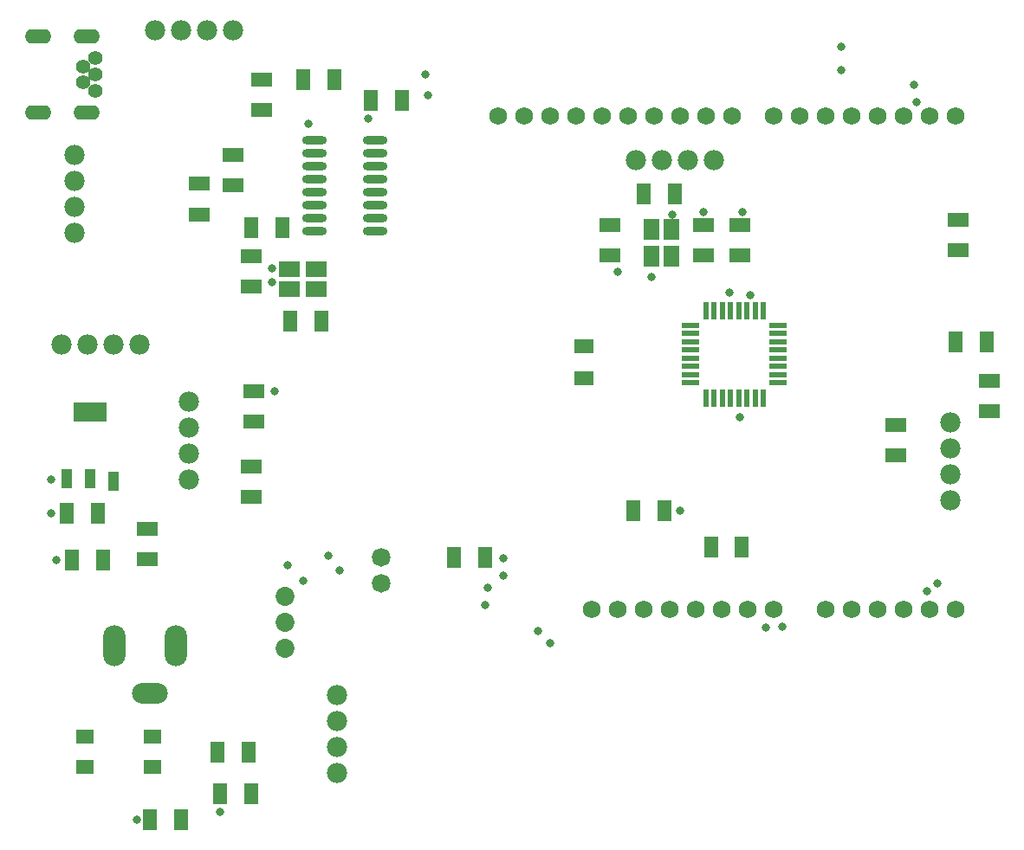
<source format=gts>
G04*
G04 #@! TF.GenerationSoftware,Altium Limited,Altium Designer,24.1.2 (44)*
G04*
G04 Layer_Color=8388736*
%FSLAX44Y44*%
%MOMM*%
G71*
G04*
G04 #@! TF.SameCoordinates,264AB7AF-67A9-449C-BE9F-4602C0ED76BB*
G04*
G04*
G04 #@! TF.FilePolarity,Negative*
G04*
G01*
G75*
%ADD26R,1.8542X1.3716*%
%ADD30C,0.0000*%
%ADD31R,0.5588X1.7008*%
%ADD32R,1.7008X0.5588*%
%ADD33R,1.3208X2.0066*%
%ADD34R,2.0066X1.3208*%
%ADD35R,1.6032X2.0032*%
%ADD36O,2.4032X0.8128*%
%ADD37R,1.7032X1.4032*%
%ADD38R,1.0414X1.9032*%
%ADD39R,3.3020X1.9032*%
%ADD40R,2.0032X1.6032*%
%ADD41C,1.7272*%
%ADD42O,2.6032X1.4032*%
%ADD43C,1.4032*%
%ADD44C,1.9812*%
%ADD45C,1.8232*%
%ADD46C,1.8532*%
%ADD47O,2.2032X4.0032*%
%ADD48O,3.5032X2.0032*%
%ADD49C,0.8382*%
D26*
X551180Y482219D02*
D03*
Y513461D02*
D03*
D30*
X361671Y307340D02*
G03*
X361671Y307340I-8611J0D01*
G01*
Y281940D02*
G03*
X361671Y281940I-8611J0D01*
G01*
D31*
X726440Y548260D02*
D03*
X718566D02*
D03*
X710438D02*
D03*
X702564D02*
D03*
X694436D02*
D03*
X686562D02*
D03*
X678434D02*
D03*
X670560D02*
D03*
Y462660D02*
D03*
X678434D02*
D03*
X686562D02*
D03*
X694436D02*
D03*
X702564D02*
D03*
X710438D02*
D03*
X718566D02*
D03*
X726440D02*
D03*
D32*
X655700Y533890D02*
D03*
Y526016D02*
D03*
Y517888D02*
D03*
Y510014D02*
D03*
Y501886D02*
D03*
Y494012D02*
D03*
Y485884D02*
D03*
Y478010D02*
D03*
X741300D02*
D03*
Y485884D02*
D03*
Y494012D02*
D03*
Y501886D02*
D03*
Y510014D02*
D03*
Y517888D02*
D03*
Y526016D02*
D03*
Y533890D02*
D03*
D33*
X424688Y307340D02*
D03*
X454660D02*
D03*
X639826Y662940D02*
D03*
X609854D02*
D03*
X294386Y538480D02*
D03*
X264414D02*
D03*
X51054Y304800D02*
D03*
X81026D02*
D03*
X223266Y116840D02*
D03*
X193294D02*
D03*
X127254Y50800D02*
D03*
X157226D02*
D03*
X599694Y353060D02*
D03*
X629666D02*
D03*
X675640Y317500D02*
D03*
X705612D02*
D03*
X277114Y774700D02*
D03*
X307086D02*
D03*
X914654Y518160D02*
D03*
X944626D02*
D03*
X226314Y629920D02*
D03*
X256286D02*
D03*
X225806Y76200D02*
D03*
X195834D02*
D03*
X45974Y350520D02*
D03*
X75946D02*
D03*
X373126Y754380D02*
D03*
X343154D02*
D03*
D34*
X175260Y642620D02*
D03*
Y672592D02*
D03*
X576580Y632206D02*
D03*
Y602234D02*
D03*
X668020D02*
D03*
Y632206D02*
D03*
X703580D02*
D03*
Y602234D02*
D03*
X226060Y395986D02*
D03*
Y366014D02*
D03*
X947420Y449834D02*
D03*
Y479806D02*
D03*
X226060Y571754D02*
D03*
Y601726D02*
D03*
X916940Y637286D02*
D03*
Y607314D02*
D03*
X855980Y406654D02*
D03*
Y436626D02*
D03*
X236220Y774446D02*
D03*
Y744474D02*
D03*
X208280Y670814D02*
D03*
Y700786D02*
D03*
X228600Y469646D02*
D03*
Y439674D02*
D03*
X124460Y335026D02*
D03*
Y305054D02*
D03*
D35*
X617180Y627880D02*
D03*
X636580Y601480D02*
D03*
Y627880D02*
D03*
X617180Y601480D02*
D03*
D36*
X287782Y715010D02*
D03*
Y702310D02*
D03*
Y689610D02*
D03*
Y676910D02*
D03*
Y664210D02*
D03*
Y651510D02*
D03*
Y638810D02*
D03*
Y626110D02*
D03*
X347218D02*
D03*
Y638810D02*
D03*
Y651510D02*
D03*
Y664210D02*
D03*
Y676910D02*
D03*
Y689610D02*
D03*
Y702310D02*
D03*
Y715010D02*
D03*
D37*
X63520Y131840D02*
D03*
X129520Y101840D02*
D03*
Y131840D02*
D03*
X63520Y101840D02*
D03*
D38*
X91694Y381560D02*
D03*
X68580Y384060D02*
D03*
X45466D02*
D03*
D39*
X68580Y449060D02*
D03*
D40*
X263660Y589320D02*
D03*
X290060Y569920D02*
D03*
X263660D02*
D03*
X290060Y589320D02*
D03*
D41*
X787400Y256540D02*
D03*
X812800D02*
D03*
X838200D02*
D03*
X863600D02*
D03*
X889000D02*
D03*
X914400D02*
D03*
Y739140D02*
D03*
X889000D02*
D03*
X863600D02*
D03*
X838200D02*
D03*
X812800D02*
D03*
X787400D02*
D03*
X762000D02*
D03*
X736600D02*
D03*
X695960D02*
D03*
X670560D02*
D03*
X645160D02*
D03*
X619760D02*
D03*
X594360D02*
D03*
X568960D02*
D03*
X543560D02*
D03*
X518160D02*
D03*
X492760D02*
D03*
X467360D02*
D03*
X736600Y256540D02*
D03*
X711200D02*
D03*
X685800D02*
D03*
X660400D02*
D03*
X635000D02*
D03*
X609600D02*
D03*
X584200D02*
D03*
X558800D02*
D03*
D42*
X17462Y816980D02*
D03*
X64962D02*
D03*
Y742580D02*
D03*
X17462D02*
D03*
D43*
X73979Y763581D02*
D03*
Y779581D02*
D03*
X61941Y771582D02*
D03*
Y787582D02*
D03*
X73979Y795580D02*
D03*
D44*
X66040Y515620D02*
D03*
X40640D02*
D03*
X116840D02*
D03*
X91440D02*
D03*
X652780Y695960D02*
D03*
X678180D02*
D03*
X601980D02*
D03*
X627380D02*
D03*
X309880Y121920D02*
D03*
Y96520D02*
D03*
Y172720D02*
D03*
Y147320D02*
D03*
X53340Y650240D02*
D03*
Y624840D02*
D03*
Y701040D02*
D03*
Y675640D02*
D03*
X165100Y434340D02*
D03*
Y459740D02*
D03*
Y383540D02*
D03*
Y408940D02*
D03*
X909320Y414020D02*
D03*
Y439420D02*
D03*
Y363220D02*
D03*
Y388620D02*
D03*
X182880Y822960D02*
D03*
X208280D02*
D03*
X132080D02*
D03*
X157480D02*
D03*
D45*
X353060Y307340D02*
D03*
Y281940D02*
D03*
D46*
X259080Y218440D02*
D03*
Y243840D02*
D03*
Y269240D02*
D03*
D47*
X152400Y220980D02*
D03*
X92400D02*
D03*
D48*
X127400Y174480D02*
D03*
D49*
X472440Y306070D02*
D03*
X876300Y752602D02*
D03*
X873760Y769620D02*
D03*
X886190Y274050D02*
D03*
X896620Y281940D02*
D03*
X472440Y289560D02*
D03*
X802640Y783971D02*
D03*
Y806958D02*
D03*
X617220Y581660D02*
D03*
X281940Y731520D02*
D03*
X713740Y563880D02*
D03*
X745490Y239395D02*
D03*
X728980Y238760D02*
D03*
X584200Y586740D02*
D03*
X396240Y779780D02*
D03*
X398780Y759460D02*
D03*
X454660Y260985D02*
D03*
X457200Y277495D02*
D03*
X301275Y308461D02*
D03*
X637540Y642620D02*
D03*
X706120Y645160D02*
D03*
X668020D02*
D03*
X703580Y444500D02*
D03*
X693420Y566420D02*
D03*
X340539Y736421D02*
D03*
X261620Y299720D02*
D03*
X276860Y284480D02*
D03*
X312420Y294640D02*
D03*
X114300Y50800D02*
D03*
X195580Y58420D02*
D03*
X506486Y235194D02*
D03*
X518160Y223520D02*
D03*
X645160Y353060D02*
D03*
X246380Y589534D02*
D03*
Y576580D02*
D03*
X248920Y469900D02*
D03*
X35560Y304800D02*
D03*
X30480Y350520D02*
D03*
Y383540D02*
D03*
M02*

</source>
